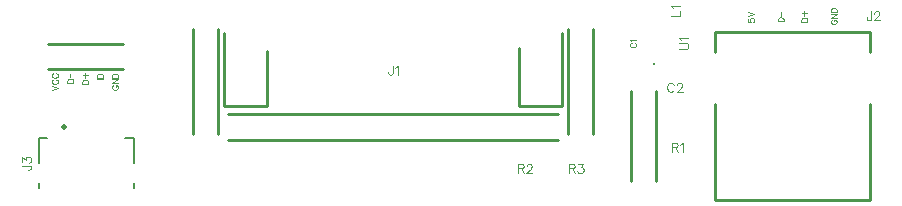
<source format=gbr>
G04 DipTrace 2.4.0.2*
%INTopSilk.gbr*%
%MOIN*%
%ADD10C,0.0098*%
%ADD12C,0.003*%
%ADD20C,0.0125*%
%ADD29C,0.0059*%
%ADD30C,0.0197*%
%ADD90C,0.0046*%
%FSLAX44Y44*%
G04*
G70*
G90*
G75*
G01*
%LNTopSilk*%
%LPD*%
X22198Y9205D2*
D10*
Y6748D1*
X20764D1*
Y8693D1*
X12372Y8591D2*
Y6748D1*
X10938D1*
Y9205D1*
X27288Y9242D2*
X32484D1*
Y3644D2*
Y6825D1*
Y8557D2*
Y9234D1*
Y3644D2*
X27288D1*
Y6825D1*
Y8557D2*
Y9234D1*
D30*
X5602Y6060D3*
X4755Y4859D2*
D29*
Y5686D1*
X5030D1*
X7944Y4859D2*
Y5686D1*
X7629D1*
X4755Y4190D2*
Y4032D1*
X7944Y4190D2*
Y4032D1*
X10739Y9318D2*
D10*
Y5818D1*
X9897Y9318D2*
Y5818D1*
X11068Y6489D2*
X22068D1*
X11068Y5647D2*
X22068D1*
X22397Y5818D2*
Y9318D1*
X23239Y5818D2*
Y9318D1*
X25334Y7269D2*
Y4269D1*
X24491Y7269D2*
Y4269D1*
X5068Y8835D2*
X7568D1*
X5068Y7993D2*
X7568D1*
D20*
X25279Y8165D3*
X25926Y7464D2*
D90*
X25912Y7493D1*
X25883Y7521D1*
X25854Y7536D1*
X25797D1*
X25768Y7521D1*
X25740Y7493D1*
X25725Y7464D1*
X25711Y7421D1*
Y7349D1*
X25725Y7306D1*
X25740Y7277D1*
X25768Y7249D1*
X25797Y7234D1*
X25854D1*
X25883Y7249D1*
X25912Y7277D1*
X25926Y7306D1*
X26033Y7464D2*
Y7478D1*
X26047Y7507D1*
X26062Y7521D1*
X26091Y7535D1*
X26148D1*
X26176Y7521D1*
X26191Y7507D1*
X26205Y7478D1*
Y7449D1*
X26191Y7421D1*
X26162Y7378D1*
X26019Y7234D1*
X26220D1*
X16557Y8104D2*
Y7875D1*
X16543Y7832D1*
X16529Y7817D1*
X16500Y7803D1*
X16471D1*
X16443Y7817D1*
X16428Y7832D1*
X16414Y7875D1*
Y7903D1*
X16650Y8046D2*
X16679Y8061D1*
X16722Y8104D1*
Y7803D1*
X32504Y9918D2*
Y9688D1*
X32489Y9645D1*
X32475Y9631D1*
X32446Y9616D1*
X32417D1*
X32389Y9631D1*
X32375Y9645D1*
X32360Y9688D1*
Y9717D1*
X32611Y9846D2*
Y9860D1*
X32625Y9889D1*
X32639Y9903D1*
X32668Y9917D1*
X32726D1*
X32754Y9903D1*
X32768Y9889D1*
X32783Y9860D1*
Y9831D1*
X32768Y9803D1*
X32740Y9760D1*
X32596Y9616D1*
X32797D1*
X4207Y4781D2*
X4437D1*
X4480Y4767D1*
X4494Y4752D1*
X4509Y4724D1*
Y4695D1*
X4494Y4666D1*
X4480Y4652D1*
X4437Y4637D1*
X4408D1*
X4208Y4902D2*
Y5060D1*
X4322Y4974D1*
Y5017D1*
X4337Y5046D1*
X4351Y5060D1*
X4394Y5075D1*
X4423D1*
X4466Y5060D1*
X4495Y5031D1*
X4509Y4988D1*
Y4945D1*
X4495Y4902D1*
X4480Y4888D1*
X4451Y4874D1*
X25832Y9775D2*
X26134D1*
Y9947D1*
X25890Y10039D2*
X25875Y10068D1*
X25833Y10111D1*
X26134D1*
X25856Y5390D2*
X25985D1*
X26028Y5405D1*
X26043Y5419D1*
X26057Y5448D1*
Y5476D1*
X26043Y5505D1*
X26028Y5520D1*
X25985Y5534D1*
X25856D1*
Y5232D1*
X25957Y5390D2*
X26057Y5232D1*
X26150Y5476D2*
X26179Y5491D1*
X26222Y5533D1*
Y5232D1*
X20718Y4688D2*
X20847D1*
X20890Y4703D1*
X20905Y4717D1*
X20919Y4746D1*
Y4775D1*
X20905Y4803D1*
X20890Y4818D1*
X20847Y4832D1*
X20718D1*
Y4530D1*
X20818Y4688D2*
X20919Y4530D1*
X21026Y4760D2*
Y4774D1*
X21040Y4803D1*
X21055Y4817D1*
X21084Y4832D1*
X21141D1*
X21169Y4817D1*
X21184Y4803D1*
X21198Y4774D1*
Y4746D1*
X21184Y4717D1*
X21155Y4674D1*
X21012Y4530D1*
X21213D1*
X22424Y4688D2*
X22553D1*
X22596Y4703D1*
X22610Y4717D1*
X22625Y4746D1*
Y4775D1*
X22610Y4803D1*
X22596Y4818D1*
X22553Y4832D1*
X22424D1*
Y4530D1*
X22524Y4688D2*
X22625Y4530D1*
X22746Y4832D2*
X22904D1*
X22818Y4717D1*
X22861D1*
X22889Y4703D1*
X22904Y4688D1*
X22918Y4645D1*
Y4617D1*
X22904Y4574D1*
X22875Y4545D1*
X22832Y4530D1*
X22789D1*
X22746Y4545D1*
X22732Y4559D1*
X22717Y4588D1*
X26104Y8663D2*
X26319D1*
X26362Y8677D1*
X26391Y8706D1*
X26405Y8749D1*
Y8778D1*
X26391Y8821D1*
X26362Y8850D1*
X26319Y8864D1*
X26104D1*
X26162Y8957D2*
X26147Y8985D1*
X26104Y9029D1*
X26405D1*
X28407Y9673D2*
D12*
Y9578D1*
X28493Y9568D1*
X28483Y9578D1*
X28473Y9607D1*
Y9635D1*
X28483Y9664D1*
X28502Y9683D1*
X28531Y9693D1*
X28550D1*
X28579Y9683D1*
X28598Y9664D1*
X28607Y9635D1*
Y9607D1*
X28598Y9578D1*
X28588Y9568D1*
X28569Y9559D1*
X28406Y9754D2*
X28607Y9831D1*
X28406Y9907D1*
X30179Y9569D2*
X30380D1*
Y9636D1*
X30371Y9665D1*
X30352Y9684D1*
X30332Y9693D1*
X30304Y9703D1*
X30256D1*
X30227Y9693D1*
X30208Y9684D1*
X30189Y9665D1*
X30179Y9636D1*
Y9569D1*
X30194Y9851D2*
X30366D1*
X30280Y9765D2*
Y9937D1*
X29390Y9582D2*
X29591D1*
Y9649D1*
X29581Y9677D1*
X29562Y9697D1*
X29543Y9706D1*
X29515Y9716D1*
X29467D1*
X29438Y9706D1*
X29419Y9697D1*
X29400Y9677D1*
X29390Y9649D1*
Y9582D1*
X29491Y9777D2*
Y9888D1*
X31206Y9640D2*
X31187Y9630D1*
X31168Y9611D1*
X31158Y9592D1*
Y9554D1*
X31168Y9535D1*
X31187Y9516D1*
X31206Y9506D1*
X31235Y9496D1*
X31283D1*
X31311Y9506D1*
X31331Y9516D1*
X31350Y9535D1*
X31359Y9554D1*
Y9592D1*
X31350Y9611D1*
X31331Y9630D1*
X31311Y9640D1*
X31283D1*
Y9592D1*
X31158Y9836D2*
X31359D1*
X31158Y9702D1*
X31359D1*
X31158Y9897D2*
X31359D1*
Y9964D1*
X31350Y9993D1*
X31331Y10012D1*
X31311Y10022D1*
X31283Y10031D1*
X31235D1*
X31206Y10022D1*
X31187Y10012D1*
X31168Y9993D1*
X31158Y9964D1*
Y9897D1*
X5196Y7287D2*
X5397Y7363D1*
X5196Y7440D1*
X5244Y7645D2*
X5225Y7635D1*
X5206Y7616D1*
X5196Y7597D1*
Y7559D1*
X5206Y7540D1*
X5225Y7521D1*
X5244Y7511D1*
X5273Y7501D1*
X5321D1*
X5349Y7511D1*
X5369Y7521D1*
X5388Y7540D1*
X5397Y7559D1*
Y7597D1*
X5388Y7616D1*
X5369Y7635D1*
X5349Y7645D1*
X5244Y7850D2*
X5225Y7841D1*
X5206Y7821D1*
X5196Y7802D1*
Y7764D1*
X5206Y7745D1*
X5225Y7726D1*
X5244Y7716D1*
X5273Y7707D1*
X5321D1*
X5349Y7716D1*
X5369Y7726D1*
X5388Y7745D1*
X5397Y7764D1*
Y7802D1*
X5388Y7821D1*
X5369Y7841D1*
X5349Y7850D1*
X5716Y7535D2*
X5917D1*
Y7602D1*
X5908Y7631D1*
X5889Y7650D1*
X5869Y7659D1*
X5841Y7669D1*
X5793D1*
X5764Y7659D1*
X5745Y7650D1*
X5726Y7631D1*
X5716Y7602D1*
Y7535D1*
X5817Y7731D2*
Y7841D1*
X6211Y7510D2*
X6412D1*
Y7577D1*
X6402Y7605D1*
X6383Y7625D1*
X6364Y7634D1*
X6336Y7644D1*
X6288D1*
X6259Y7634D1*
X6240Y7625D1*
X6221Y7605D1*
X6211Y7577D1*
Y7510D1*
X6226Y7791D2*
X6398D1*
X6312Y7705D2*
Y7878D1*
X6697Y7649D2*
X6898D1*
X6697Y7711D2*
X6898D1*
Y7778D1*
X6889Y7807D1*
X6870Y7826D1*
X6850Y7836D1*
X6822Y7845D1*
X6774D1*
X6745Y7836D1*
X6726Y7826D1*
X6707Y7807D1*
X6697Y7778D1*
Y7711D1*
X7251Y7453D2*
X7232Y7444D1*
X7213Y7424D1*
X7204Y7405D1*
Y7367D1*
X7213Y7348D1*
X7232Y7329D1*
X7251Y7319D1*
X7280Y7310D1*
X7328D1*
X7357Y7319D1*
X7376Y7329D1*
X7395Y7348D1*
X7405Y7367D1*
Y7405D1*
X7395Y7424D1*
X7376Y7444D1*
X7357Y7453D1*
X7328D1*
Y7405D1*
X7204Y7649D2*
X7405D1*
X7204Y7515D1*
X7405D1*
X7204Y7711D2*
X7405D1*
Y7778D1*
X7395Y7806D1*
X7376Y7826D1*
X7357Y7835D1*
X7328Y7845D1*
X7280D1*
X7251Y7835D1*
X7232Y7826D1*
X7213Y7806D1*
X7204Y7778D1*
Y7711D1*
X24522Y8862D2*
X24503Y8853D1*
X24484Y8834D1*
X24475Y8815D1*
Y8776D1*
X24484Y8757D1*
X24503Y8738D1*
X24522Y8728D1*
X24551Y8719D1*
X24599D1*
X24628Y8728D1*
X24647Y8738D1*
X24666Y8757D1*
X24676Y8776D1*
Y8815D1*
X24666Y8834D1*
X24647Y8853D1*
X24628Y8862D1*
X24513Y8924D2*
X24503Y8943D1*
X24475Y8972D1*
X24676D1*
M02*

</source>
